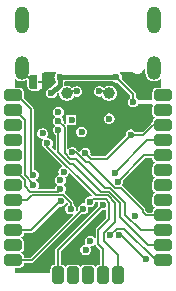
<source format=gbr>
%TF.GenerationSoftware,KiCad,Pcbnew,7.0.2*%
%TF.CreationDate,2023-07-26T16:03:34+02:00*%
%TF.ProjectId,epi,6570692e-6b69-4636-9164-5f7063625858,1_2_0*%
%TF.SameCoordinates,Original*%
%TF.FileFunction,Copper,L4,Bot*%
%TF.FilePolarity,Positive*%
%FSLAX46Y46*%
G04 Gerber Fmt 4.6, Leading zero omitted, Abs format (unit mm)*
G04 Created by KiCad (PCBNEW 7.0.2) date 2023-07-26 16:03:34*
%MOMM*%
%LPD*%
G01*
G04 APERTURE LIST*
G04 Aperture macros list*
%AMRoundRect*
0 Rectangle with rounded corners*
0 $1 Rounding radius*
0 $2 $3 $4 $5 $6 $7 $8 $9 X,Y pos of 4 corners*
0 Add a 4 corners polygon primitive as box body*
4,1,4,$2,$3,$4,$5,$6,$7,$8,$9,$2,$3,0*
0 Add four circle primitives for the rounded corners*
1,1,$1+$1,$2,$3*
1,1,$1+$1,$4,$5*
1,1,$1+$1,$6,$7*
1,1,$1+$1,$8,$9*
0 Add four rect primitives between the rounded corners*
20,1,$1+$1,$2,$3,$4,$5,0*
20,1,$1+$1,$4,$5,$6,$7,0*
20,1,$1+$1,$6,$7,$8,$9,0*
20,1,$1+$1,$8,$9,$2,$3,0*%
%AMFreePoly0*
4,1,15,-0.375000,0.250000,-0.359410,0.357001,-0.305193,0.467904,-0.217904,0.555193,-0.107001,0.609410,0.000000,0.625000,0.375000,0.625000,0.375000,-0.625000,0.000000,-0.625000,-0.107001,-0.609410,-0.217904,-0.555193,-0.305193,-0.467904,-0.359410,-0.357001,-0.375000,-0.250000,-0.375000,0.250000,-0.375000,0.250000,$1*%
%AMFreePoly1*
4,1,15,-0.375000,0.625000,0.000000,0.625000,0.107001,0.609410,0.217904,0.555193,0.305193,0.467904,0.359410,0.357001,0.375000,0.250000,0.375000,-0.250000,0.359410,-0.357001,0.305193,-0.467904,0.217904,-0.555193,0.107001,-0.609410,0.000000,-0.625000,-0.375000,-0.625000,-0.375000,0.625000,-0.375000,0.625000,$1*%
G04 Aperture macros list end*
%TA.AperFunction,CastellatedPad*%
%ADD10RoundRect,0.250000X-0.500000X-0.250000X0.500000X-0.250000X0.500000X0.250000X-0.500000X0.250000X0*%
%TD*%
%TA.AperFunction,CastellatedPad*%
%ADD11RoundRect,0.250000X-0.250000X0.500000X-0.250000X-0.500000X0.250000X-0.500000X0.250000X0.500000X0*%
%TD*%
%TA.AperFunction,ComponentPad*%
%ADD12O,1.200000X2.000000*%
%TD*%
%TA.AperFunction,ComponentPad*%
%ADD13O,1.200000X2.300000*%
%TD*%
%TA.AperFunction,SMDPad,CuDef*%
%ADD14C,1.000000*%
%TD*%
%TA.AperFunction,SMDPad,CuDef*%
%ADD15FreePoly0,180.000000*%
%TD*%
%TA.AperFunction,SMDPad,CuDef*%
%ADD16FreePoly1,180.000000*%
%TD*%
%TA.AperFunction,ViaPad*%
%ADD17C,0.600000*%
%TD*%
%TA.AperFunction,Conductor*%
%ADD18C,0.150000*%
%TD*%
%TA.AperFunction,Conductor*%
%ADD19C,0.200000*%
%TD*%
%TA.AperFunction,Conductor*%
%ADD20C,0.400000*%
%TD*%
G04 APERTURE END LIST*
%TA.AperFunction,EtchedComponent*%
%TO.C,JP1*%
G36*
X100369422Y-57900000D02*
G01*
X100009422Y-57900000D01*
X100009422Y-57700000D01*
X100369422Y-57700000D01*
X100369422Y-57900000D01*
G37*
%TD.AperFunction*%
%TD*%
D10*
%TO.P,J1,1,Pin_1*%
%TO.N,D1{slash}TX*%
X97923220Y-58920000D03*
%TO.P,J1,2,Pin_2*%
%TO.N,D0{slash}RX*%
X97923220Y-60190000D03*
%TO.P,J1,3,Pin_3*%
%TO.N,GND*%
X97923220Y-61460000D03*
%TO.P,J1,4,Pin_4*%
X97923220Y-62730000D03*
%TO.P,J1,5,Pin_5*%
%TO.N,D2{slash}SDA*%
X97923220Y-64000000D03*
%TO.P,J1,6,Pin_6*%
%TO.N,D3{slash}SCL*%
X97923220Y-65270000D03*
%TO.P,J1,7,Pin_7*%
%TO.N,D4*%
X97923220Y-66540000D03*
%TO.P,J1,8,Pin_8*%
%TO.N,D5*%
X97923220Y-67810000D03*
%TO.P,J1,9,Pin_9*%
%TO.N,D6*%
X97923220Y-69080000D03*
%TO.P,J1,10,Pin_10*%
%TO.N,D7*%
X97923220Y-70350000D03*
%TO.P,J1,11,Pin_11*%
%TO.N,D8*%
X97923220Y-71620000D03*
%TO.P,J1,12,Pin_12*%
%TO.N,D9*%
X97923220Y-72890000D03*
%TD*%
D11*
%TO.P,J3,1,Pin_1*%
%TO.N,D11*%
X106813220Y-74160000D03*
%TO.P,J3,2,Pin_2*%
%TO.N,D12*%
X105543220Y-74160000D03*
%TO.P,J3,3,Pin_3*%
%TO.N,D13*%
X104273220Y-74160000D03*
%TO.P,J3,4,Pin_4*%
%TO.N,D17{slash}SS*%
X103003220Y-74160000D03*
%TO.P,J3,5,Pin_5*%
%TO.N,A5*%
X101733220Y-74160000D03*
%TD*%
D12*
%TO.P,J4,S1,SHIELD*%
%TO.N,Net-(J4-SHIELD)*%
X109873220Y-56591500D03*
D13*
X109873220Y-52591500D03*
D12*
X98673220Y-56591500D03*
D13*
X98673220Y-52591500D03*
%TD*%
D10*
%TO.P,J2,1,Pin_1*%
%TO.N,+5V*%
X110623220Y-58920000D03*
%TO.P,J2,2,Pin_2*%
%TO.N,GND*%
X110623220Y-60190000D03*
%TO.P,J2,3,Pin_3*%
%TO.N,RST*%
X110623220Y-61460000D03*
%TO.P,J2,4,Pin_4*%
%TO.N,A4*%
X110623220Y-62730000D03*
%TO.P,J2,5,Pin_5*%
%TO.N,A3*%
X110623220Y-64000000D03*
%TO.P,J2,6,Pin_6*%
%TO.N,A2*%
X110623220Y-65270000D03*
%TO.P,J2,7,Pin_7*%
%TO.N,A1*%
X110623220Y-66540000D03*
%TO.P,J2,8,Pin_8*%
%TO.N,A0*%
X110623220Y-67810000D03*
%TO.P,J2,9,Pin_9*%
%TO.N,D15{slash}SCK*%
X110623220Y-69080000D03*
%TO.P,J2,10,Pin_10*%
%TO.N,D14{slash}MISO*%
X110623220Y-70350000D03*
%TO.P,J2,11,Pin_11*%
%TO.N,D16{slash}MOSI*%
X110623220Y-71620000D03*
%TO.P,J2,12,Pin_12*%
%TO.N,D10*%
X110623220Y-72890000D03*
%TD*%
D14*
%TO.P,TP2,1,1*%
%TO.N,Net-(J4-D--PadA7)*%
X106068220Y-58750000D03*
%TD*%
%TO.P,TP1,1,1*%
%TO.N,Net-(J4-D+-PadA6)*%
X102478220Y-58750000D03*
%TD*%
D15*
%TO.P,JP1,1,A*%
%TO.N,GND*%
X100734422Y-57800000D03*
D16*
%TO.P,JP1,2,B*%
%TO.N,Net-(J4-SHIELD)*%
X99634422Y-57800000D03*
%TD*%
D17*
%TO.N,+5V*%
X108249098Y-69134122D03*
X106062720Y-60900000D03*
X103723720Y-62023055D03*
X100423220Y-62160000D03*
%TO.N,GND*%
X107593220Y-60500000D03*
X102874422Y-61020000D03*
X108333220Y-57700000D03*
X109422512Y-68554867D03*
X100833220Y-72860000D03*
X102623220Y-72860000D03*
X103623220Y-66860000D03*
X101112342Y-69620878D03*
%TO.N,Net-(U1-XTAL1)*%
X104462720Y-71275203D03*
X101933220Y-66100000D03*
%TO.N,RST*%
X104033220Y-63819920D03*
X107903220Y-62260000D03*
%TO.N,D1{slash}TX*%
X99648720Y-65660000D03*
%TO.N,D0{slash}RX*%
X99648720Y-66532544D03*
%TO.N,A4*%
X106533220Y-65500000D03*
%TO.N,Net-(U1-XTAL2)*%
X102208720Y-65402542D03*
X104063718Y-72000000D03*
%TO.N,D17{slash}SS*%
X101765572Y-60363083D03*
%TO.N,Net-(J4-D+-PadA6)*%
X103333220Y-58600000D03*
%TO.N,D7*%
X101941860Y-67908641D03*
%TO.N,D15{slash}SCK*%
X102941848Y-63766872D03*
%TO.N,D16{slash}MOSI*%
X101754098Y-61862000D03*
%TO.N,D14{slash}MISO*%
X101754098Y-61112497D03*
%TO.N,D3{slash}SCL*%
X101933220Y-66850500D03*
%TO.N,Net-(J4-D--PadA7)*%
X105223220Y-58600000D03*
%TO.N,D9*%
X103847220Y-68537000D03*
%TO.N,D5*%
X102797720Y-68537000D03*
%TO.N,D10*%
X106123822Y-70782529D03*
%TO.N,A3*%
X106786311Y-66249757D03*
%TO.N,A5*%
X105533220Y-68224500D03*
%TO.N,D11*%
X100833220Y-63000000D03*
%TO.N,D12*%
X104433220Y-67936000D03*
%TO.N,D13*%
X106873031Y-70761567D03*
X109172720Y-72800000D03*
%TO.N,Net-(FB1-Pad1)*%
X108088720Y-59500000D03*
X106673220Y-57400000D03*
X101873220Y-57400000D03*
X101177662Y-58740576D03*
%TD*%
D18*
%TO.N,RST*%
X107903220Y-62260000D02*
X108963220Y-62260000D01*
X104033220Y-63819920D02*
X104513300Y-64300000D01*
X104513300Y-64300000D02*
X105863220Y-64300000D01*
X108963220Y-62260000D02*
X109763220Y-61460000D01*
X109763220Y-61460000D02*
X110623220Y-61460000D01*
X105863220Y-64300000D02*
X107903220Y-62260000D01*
%TO.N,D1{slash}TX*%
X98253220Y-58920000D02*
X97923220Y-58920000D01*
X99433220Y-60100000D02*
X98253220Y-58920000D01*
X99648720Y-65660000D02*
X99433220Y-65444500D01*
X99433220Y-65444500D02*
X99433220Y-60100000D01*
%TO.N,D0{slash}RX*%
X99648720Y-66532544D02*
X99648720Y-66419485D01*
X98898220Y-61013249D02*
X98074971Y-60190000D01*
X98074971Y-60190000D02*
X97923220Y-60190000D01*
X98898220Y-65668985D02*
X98898220Y-61013249D01*
X99648720Y-66419485D02*
X98898220Y-65668985D01*
%TO.N,A4*%
X109303220Y-62730000D02*
X110623220Y-62730000D01*
X106533220Y-65500000D02*
X109303220Y-62730000D01*
%TO.N,Net-(J4-D+-PadA6)*%
X102628220Y-58600000D02*
X102478220Y-58750000D01*
X103333220Y-58600000D02*
X102628220Y-58600000D01*
%TO.N,D7*%
X101941860Y-67908641D02*
X101924579Y-67908641D01*
X99483220Y-70350000D02*
X97923220Y-70350000D01*
X101924579Y-67908641D02*
X99483220Y-70350000D01*
%TO.N,D15{slash}SCK*%
X104394091Y-64600000D02*
X106568848Y-66774757D01*
X108897512Y-68634292D02*
X108897512Y-68772330D01*
X108897512Y-68772330D02*
X109205182Y-69080000D01*
X106568848Y-66774757D02*
X107037977Y-66774757D01*
X102941848Y-63766872D02*
X103237709Y-63766872D01*
X104070837Y-64600000D02*
X104394091Y-64600000D01*
X109205182Y-69080000D02*
X110623220Y-69080000D01*
X107037977Y-66774757D02*
X108897512Y-68634292D01*
X103237709Y-63766872D02*
X104070837Y-64600000D01*
%TO.N,D16{slash}MOSI*%
X101754098Y-63745142D02*
X102758956Y-64750000D01*
X106983220Y-68037657D02*
X106983220Y-69260000D01*
X101754098Y-61862000D02*
X101754098Y-63745142D01*
X106045563Y-67100000D02*
X106983220Y-68037657D01*
X102758956Y-64750000D02*
X102983220Y-64750000D01*
X106983220Y-69260000D02*
X109343220Y-71620000D01*
X105333220Y-67100000D02*
X106045563Y-67100000D01*
X102983220Y-64750000D02*
X105333220Y-67100000D01*
X109343220Y-71620000D02*
X110623220Y-71620000D01*
%TO.N,D14{slash}MISO*%
X102279098Y-63845878D02*
X102758220Y-64325000D01*
X102279098Y-61637497D02*
X102279098Y-63845878D01*
X108723220Y-70350000D02*
X110623220Y-70350000D01*
X107433220Y-69060000D02*
X108723220Y-70350000D01*
X106169827Y-66800000D02*
X107433220Y-68063393D01*
X105733220Y-66800000D02*
X106169827Y-66800000D01*
X107433220Y-68063393D02*
X107433220Y-69060000D01*
X101754098Y-61112497D02*
X102279098Y-61637497D01*
X102758220Y-64325000D02*
X103258220Y-64325000D01*
X103258220Y-64325000D02*
X105733220Y-66800000D01*
%TO.N,D3{slash}SCL*%
X98898220Y-66093249D02*
X98074971Y-65270000D01*
X101933220Y-66850500D02*
X101708720Y-67075000D01*
X98074971Y-65270000D02*
X97923220Y-65270000D01*
X101708720Y-67075000D02*
X99338220Y-67075000D01*
X99338220Y-67075000D02*
X98898220Y-66635000D01*
X98898220Y-66635000D02*
X98898220Y-66093249D01*
%TO.N,Net-(J4-D--PadA7)*%
X105968220Y-58600000D02*
X106068220Y-58700000D01*
X105223220Y-58600000D02*
X105968220Y-58600000D01*
%TO.N,D9*%
X103847220Y-68537000D02*
X99494220Y-72890000D01*
X99494220Y-72890000D02*
X97923220Y-72890000D01*
%TO.N,D5*%
X102797720Y-68016385D02*
X102156335Y-67375000D01*
X102797720Y-68537000D02*
X102797720Y-68016385D01*
X102156335Y-67375000D02*
X99508220Y-67375000D01*
X99073220Y-67810000D02*
X97923220Y-67810000D01*
X99508220Y-67375000D02*
X99073220Y-67810000D01*
%TO.N,D10*%
X106123822Y-70768313D02*
X106686257Y-70205878D01*
X106686257Y-70205878D02*
X107339098Y-70205878D01*
X107339098Y-70205878D02*
X110023220Y-72890000D01*
X110023220Y-72890000D02*
X110623220Y-72890000D01*
X106123822Y-70782529D02*
X106123822Y-70768313D01*
%TO.N,A3*%
X106786311Y-66249757D02*
X109036068Y-64000000D01*
X109036068Y-64000000D02*
X110623220Y-64000000D01*
%TO.N,A5*%
X105533220Y-68224500D02*
X101733220Y-72024500D01*
X101733220Y-72024500D02*
X101733220Y-74160000D01*
D19*
%TO.N,Net-(J4-SHIELD)*%
X99634422Y-57800000D02*
X98673220Y-56838798D01*
X98673220Y-56838798D02*
X98673220Y-56591500D01*
D18*
%TO.N,D11*%
X106533220Y-69630668D02*
X105598822Y-70565066D01*
X105598822Y-70565066D02*
X105598822Y-71241338D01*
X105598822Y-71241338D02*
X106813220Y-72455736D01*
X104958956Y-67400000D02*
X105921299Y-67400000D01*
X100833220Y-63000000D02*
X100833220Y-63274264D01*
X106533220Y-68011921D02*
X106533220Y-69630668D01*
X100833220Y-63274264D02*
X104958956Y-67400000D01*
X105921299Y-67400000D02*
X106533220Y-68011921D01*
X106813220Y-72455736D02*
X106813220Y-74160000D01*
%TO.N,D12*%
X106058220Y-69425000D02*
X105133220Y-70350000D01*
X105133220Y-70350000D02*
X105133220Y-71550000D01*
X104669220Y-67700000D02*
X105751183Y-67700000D01*
X106058220Y-68007037D02*
X106058220Y-69425000D01*
X105133220Y-71550000D02*
X105543220Y-71960000D01*
X104433220Y-67936000D02*
X104669220Y-67700000D01*
X105751183Y-67700000D02*
X106058220Y-68007037D01*
X105543220Y-71960000D02*
X105543220Y-74160000D01*
%TO.N,D13*%
X107094787Y-70761567D02*
X109133220Y-72800000D01*
X109133220Y-72800000D02*
X109172720Y-72800000D01*
X106873031Y-70761567D02*
X107094787Y-70761567D01*
D20*
%TO.N,Net-(FB1-Pad1)*%
X101177662Y-58740576D02*
X101873220Y-58045018D01*
X101873220Y-58045018D02*
X101873220Y-57400000D01*
D19*
X106633220Y-57400000D02*
X108088720Y-58855500D01*
X108088720Y-58855500D02*
X108088720Y-59500000D01*
D20*
X101873220Y-57400000D02*
X106633220Y-57400000D01*
%TD*%
%TA.AperFunction,Conductor*%
%TO.N,GND*%
G36*
X100663215Y-56950500D02*
G01*
X100690566Y-56950500D01*
X100724823Y-56950501D01*
X100724825Y-56950500D01*
X101526476Y-56950500D01*
X101571731Y-56969245D01*
X101590476Y-57014500D01*
X101574844Y-57056409D01*
X101571842Y-57059875D01*
X101490337Y-57153937D01*
X101436523Y-57271772D01*
X101418087Y-57400000D01*
X101436523Y-57528227D01*
X101490337Y-57646062D01*
X101507087Y-57665392D01*
X101522720Y-57707304D01*
X101522720Y-57873325D01*
X101503975Y-57918580D01*
X101151225Y-58271331D01*
X101120689Y-58283978D01*
X101121719Y-58287484D01*
X101112891Y-58290076D01*
X101112890Y-58290076D01*
X100988593Y-58326572D01*
X100988590Y-58326573D01*
X100879613Y-58396608D01*
X100794779Y-58494513D01*
X100740965Y-58612348D01*
X100722529Y-58740576D01*
X100740965Y-58868803D01*
X100794779Y-58986638D01*
X100819142Y-59014755D01*
X100879613Y-59084543D01*
X100988593Y-59154580D01*
X101112890Y-59191076D01*
X101112891Y-59191076D01*
X101242433Y-59191076D01*
X101242434Y-59191076D01*
X101366731Y-59154580D01*
X101475711Y-59084543D01*
X101560544Y-58986639D01*
X101614359Y-58868802D01*
X101622953Y-58809017D01*
X101641045Y-58772873D01*
X101713776Y-58700142D01*
X101759030Y-58681398D01*
X101804285Y-58700143D01*
X101821753Y-58742316D01*
X101822005Y-58742286D01*
X101822114Y-58743187D01*
X101823030Y-58745398D01*
X101822815Y-58748958D01*
X101841982Y-58906816D01*
X101898000Y-59054523D01*
X101987736Y-59184529D01*
X102105980Y-59289283D01*
X102245857Y-59362697D01*
X102399233Y-59400500D01*
X102399235Y-59400500D01*
X102557207Y-59400500D01*
X102710582Y-59362697D01*
X102710582Y-59362696D01*
X102710585Y-59362696D01*
X102850460Y-59289283D01*
X102968703Y-59184530D01*
X103058440Y-59054523D01*
X103059839Y-59050832D01*
X103093409Y-59015162D01*
X103137713Y-59012113D01*
X103144149Y-59014002D01*
X103144151Y-59014004D01*
X103268448Y-59050500D01*
X103268449Y-59050500D01*
X103397991Y-59050500D01*
X103397992Y-59050500D01*
X103522289Y-59014004D01*
X103631269Y-58943967D01*
X103716102Y-58846063D01*
X103769917Y-58728226D01*
X103788353Y-58600000D01*
X104768087Y-58600000D01*
X104786523Y-58728227D01*
X104840337Y-58846062D01*
X104892980Y-58906816D01*
X104925171Y-58943967D01*
X105034151Y-59014004D01*
X105158448Y-59050500D01*
X105158449Y-59050500D01*
X105287991Y-59050500D01*
X105287992Y-59050500D01*
X105409730Y-59014755D01*
X105458431Y-59019992D01*
X105483186Y-59048403D01*
X105483586Y-59048128D01*
X105486021Y-59051657D01*
X105487599Y-59053467D01*
X105487998Y-59054521D01*
X105577736Y-59184529D01*
X105695980Y-59289283D01*
X105835857Y-59362697D01*
X105989233Y-59400500D01*
X105989235Y-59400500D01*
X106147207Y-59400500D01*
X106300582Y-59362697D01*
X106300582Y-59362696D01*
X106300585Y-59362696D01*
X106440460Y-59289283D01*
X106558703Y-59184530D01*
X106648440Y-59054523D01*
X106704457Y-58906818D01*
X106723498Y-58750000D01*
X106704457Y-58593182D01*
X106648440Y-58445477D01*
X106558703Y-58315470D01*
X106523579Y-58284353D01*
X106440459Y-58210716D01*
X106300582Y-58137302D01*
X106147207Y-58099500D01*
X106147205Y-58099500D01*
X105989235Y-58099500D01*
X105989233Y-58099500D01*
X105835857Y-58137302D01*
X105695978Y-58210718D01*
X105623360Y-58275050D01*
X105577056Y-58291028D01*
X105533016Y-58269584D01*
X105532553Y-58269056D01*
X105521268Y-58256032D01*
X105412291Y-58185997D01*
X105412290Y-58185996D01*
X105412289Y-58185996D01*
X105287992Y-58149500D01*
X105158448Y-58149500D01*
X105034151Y-58185996D01*
X105034148Y-58185997D01*
X104925171Y-58256032D01*
X104840337Y-58353937D01*
X104786523Y-58471772D01*
X104768087Y-58600000D01*
X103788353Y-58600000D01*
X103769917Y-58471774D01*
X103716102Y-58353937D01*
X103631269Y-58256033D01*
X103631268Y-58256032D01*
X103522291Y-58185997D01*
X103522290Y-58185996D01*
X103522289Y-58185996D01*
X103397992Y-58149500D01*
X103268448Y-58149500D01*
X103144151Y-58185996D01*
X103144148Y-58185997D01*
X103035170Y-58256032D01*
X103019541Y-58274069D01*
X102975738Y-58295994D01*
X102929262Y-58280524D01*
X102928830Y-58280146D01*
X102850460Y-58210717D01*
X102850459Y-58210716D01*
X102710582Y-58137302D01*
X102557207Y-58099500D01*
X102557205Y-58099500D01*
X102399235Y-58099500D01*
X102399232Y-58099500D01*
X102304042Y-58122961D01*
X102255617Y-58115591D01*
X102226587Y-58076136D01*
X102224782Y-58063467D01*
X102223772Y-58039055D01*
X102223720Y-58036508D01*
X102223720Y-57814500D01*
X102242465Y-57769245D01*
X102287720Y-57750500D01*
X106366545Y-57750500D01*
X106401146Y-57760660D01*
X106484151Y-57814004D01*
X106608448Y-57850500D01*
X106702950Y-57850500D01*
X106748205Y-57869245D01*
X107819475Y-58940515D01*
X107838220Y-58985770D01*
X107838220Y-59090528D01*
X107819475Y-59135783D01*
X107808822Y-59144367D01*
X107790672Y-59156031D01*
X107705837Y-59253937D01*
X107652023Y-59371772D01*
X107633587Y-59499999D01*
X107652023Y-59628227D01*
X107705837Y-59746062D01*
X107705838Y-59746063D01*
X107790671Y-59843967D01*
X107899651Y-59914004D01*
X108023948Y-59950500D01*
X108023949Y-59950500D01*
X108153491Y-59950500D01*
X108153492Y-59950500D01*
X108277789Y-59914004D01*
X108386769Y-59843967D01*
X108471602Y-59746063D01*
X108473412Y-59742097D01*
X108475553Y-59737413D01*
X108511404Y-59704035D01*
X108533769Y-59700000D01*
X109692137Y-59700000D01*
X109737392Y-59718745D01*
X109756137Y-59764000D01*
X109749161Y-59793056D01*
X109738055Y-59814851D01*
X109723220Y-59908518D01*
X109723220Y-60114810D01*
X109724422Y-60117712D01*
X109724422Y-60262289D01*
X109723221Y-60265188D01*
X109723221Y-60471480D01*
X109738054Y-60565147D01*
X109795578Y-60678043D01*
X109885175Y-60767641D01*
X109885281Y-60767695D01*
X109885584Y-60768050D01*
X109892343Y-60774809D01*
X109891811Y-60775340D01*
X109917094Y-60804943D01*
X109913251Y-60853775D01*
X109885284Y-60881743D01*
X109884880Y-60881948D01*
X109795169Y-60971659D01*
X109737574Y-61084695D01*
X109722720Y-61178480D01*
X109722720Y-61186244D01*
X109703975Y-61231499D01*
X109672029Y-61248845D01*
X109669450Y-61249393D01*
X109661503Y-61255166D01*
X109646832Y-61263132D01*
X109637660Y-61266653D01*
X109619874Y-61284439D01*
X109612240Y-61290959D01*
X109591898Y-61305738D01*
X109591896Y-61305740D01*
X109591897Y-61305740D01*
X109587126Y-61314004D01*
X109586987Y-61314244D01*
X109576818Y-61327495D01*
X108888560Y-62015755D01*
X108843305Y-62034500D01*
X108333148Y-62034500D01*
X108287893Y-62015755D01*
X108284780Y-62012411D01*
X108201268Y-61916032D01*
X108092291Y-61845997D01*
X108092290Y-61845996D01*
X108092289Y-61845996D01*
X107967992Y-61809500D01*
X107838448Y-61809500D01*
X107714151Y-61845996D01*
X107714148Y-61845997D01*
X107605171Y-61916032D01*
X107520337Y-62013937D01*
X107466523Y-62131772D01*
X107448087Y-62260000D01*
X107460652Y-62347392D01*
X107448537Y-62394854D01*
X107442558Y-62401755D01*
X105788560Y-64055755D01*
X105743305Y-64074500D01*
X104633215Y-64074500D01*
X104587960Y-64055755D01*
X104493881Y-63961676D01*
X104475136Y-63916421D01*
X104475787Y-63907313D01*
X104488353Y-63819920D01*
X104469917Y-63691694D01*
X104416102Y-63573857D01*
X104331269Y-63475953D01*
X104331268Y-63475952D01*
X104222291Y-63405917D01*
X104222290Y-63405916D01*
X104222289Y-63405916D01*
X104097992Y-63369420D01*
X103968448Y-63369420D01*
X103844151Y-63405916D01*
X103844148Y-63405917D01*
X103735171Y-63475952D01*
X103650337Y-63573857D01*
X103598733Y-63686852D01*
X103562882Y-63720230D01*
X103513930Y-63718481D01*
X103495262Y-63705520D01*
X103402517Y-63612775D01*
X103400211Y-63610344D01*
X103373216Y-63580363D01*
X103368616Y-63578315D01*
X103336434Y-63546436D01*
X103324730Y-63520809D01*
X103259551Y-63445587D01*
X103239897Y-63422905D01*
X103239896Y-63422904D01*
X103130919Y-63352869D01*
X103130918Y-63352868D01*
X103130917Y-63352868D01*
X103006620Y-63316372D01*
X102877076Y-63316372D01*
X102752779Y-63352868D01*
X102752776Y-63352869D01*
X102643799Y-63422904D01*
X102616966Y-63453872D01*
X102573163Y-63475798D01*
X102526687Y-63460329D01*
X102504761Y-63416526D01*
X102504598Y-63411961D01*
X102504598Y-62023054D01*
X103268587Y-62023054D01*
X103287023Y-62151282D01*
X103340837Y-62269117D01*
X103340838Y-62269118D01*
X103425671Y-62367022D01*
X103534651Y-62437059D01*
X103658948Y-62473555D01*
X103658949Y-62473555D01*
X103788491Y-62473555D01*
X103788492Y-62473555D01*
X103912789Y-62437059D01*
X104021769Y-62367022D01*
X104106602Y-62269118D01*
X104160417Y-62151281D01*
X104178853Y-62023055D01*
X104160417Y-61894829D01*
X104106602Y-61776992D01*
X104021769Y-61679088D01*
X104021768Y-61679087D01*
X103912791Y-61609052D01*
X103912790Y-61609051D01*
X103912789Y-61609051D01*
X103788492Y-61572555D01*
X103658948Y-61572555D01*
X103560593Y-61601434D01*
X103534648Y-61609052D01*
X103425671Y-61679087D01*
X103340837Y-61776992D01*
X103287023Y-61894827D01*
X103268587Y-62023054D01*
X102504598Y-62023054D01*
X102504598Y-61645081D01*
X102504686Y-61641731D01*
X102506798Y-61601433D01*
X102497780Y-61577942D01*
X102494935Y-61568337D01*
X102489705Y-61543729D01*
X102483933Y-61535785D01*
X102475963Y-61521105D01*
X102470524Y-61506936D01*
X102471806Y-61457969D01*
X102507337Y-61424251D01*
X102530273Y-61420000D01*
X103219422Y-61420000D01*
X103219422Y-60899999D01*
X105607587Y-60899999D01*
X105626023Y-61028227D01*
X105679837Y-61146062D01*
X105726479Y-61199890D01*
X105764671Y-61243967D01*
X105873651Y-61314004D01*
X105997948Y-61350500D01*
X105997949Y-61350500D01*
X106127491Y-61350500D01*
X106127492Y-61350500D01*
X106251789Y-61314004D01*
X106360769Y-61243967D01*
X106445602Y-61146063D01*
X106499417Y-61028226D01*
X106517853Y-60900000D01*
X106499417Y-60771774D01*
X106445602Y-60653937D01*
X106360769Y-60556033D01*
X106360768Y-60556032D01*
X106251791Y-60485997D01*
X106251790Y-60485996D01*
X106251789Y-60485996D01*
X106127492Y-60449500D01*
X105997948Y-60449500D01*
X105873651Y-60485996D01*
X105873648Y-60485997D01*
X105764671Y-60556032D01*
X105679837Y-60653937D01*
X105626023Y-60771772D01*
X105607587Y-60899999D01*
X103219422Y-60899999D01*
X103219422Y-60630000D01*
X102439422Y-60630000D01*
X102439422Y-61324405D01*
X102420677Y-61369660D01*
X102375422Y-61388405D01*
X102330167Y-61369660D01*
X102214759Y-61254253D01*
X102196014Y-61208998D01*
X102196665Y-61199890D01*
X102199743Y-61178482D01*
X102209231Y-61112497D01*
X102190795Y-60984271D01*
X102136980Y-60866434D01*
X102067562Y-60786320D01*
X102052094Y-60739845D01*
X102067562Y-60702501D01*
X102148454Y-60609146D01*
X102202269Y-60491309D01*
X102220705Y-60363083D01*
X102202269Y-60234857D01*
X102148454Y-60117020D01*
X102063621Y-60019116D01*
X102063620Y-60019115D01*
X101954643Y-59949080D01*
X101954642Y-59949079D01*
X101954641Y-59949079D01*
X101830344Y-59912583D01*
X101700800Y-59912583D01*
X101576718Y-59949016D01*
X101576500Y-59949080D01*
X101467523Y-60019115D01*
X101382689Y-60117020D01*
X101328875Y-60234855D01*
X101310439Y-60363082D01*
X101328875Y-60491310D01*
X101382689Y-60609145D01*
X101452106Y-60689258D01*
X101467575Y-60735735D01*
X101452106Y-60773080D01*
X101371215Y-60866434D01*
X101317401Y-60984269D01*
X101317400Y-60984271D01*
X101317401Y-60984271D01*
X101298965Y-61112497D01*
X101303791Y-61146062D01*
X101317401Y-61240724D01*
X101371215Y-61358559D01*
X101446407Y-61445337D01*
X101461876Y-61491814D01*
X101446408Y-61529158D01*
X101371215Y-61615937D01*
X101317401Y-61733772D01*
X101298965Y-61861999D01*
X101317401Y-61990227D01*
X101371215Y-62108062D01*
X101371216Y-62108063D01*
X101456049Y-62205967D01*
X101499200Y-62233698D01*
X101527135Y-62273932D01*
X101528598Y-62287537D01*
X101528598Y-63496226D01*
X101509853Y-63541481D01*
X101464598Y-63560226D01*
X101419343Y-63541481D01*
X101215443Y-63337582D01*
X101196698Y-63292327D01*
X101212331Y-63250415D01*
X101212675Y-63250017D01*
X101216102Y-63246063D01*
X101269917Y-63128226D01*
X101288353Y-63000000D01*
X101269917Y-62871774D01*
X101216102Y-62753937D01*
X101131269Y-62656033D01*
X101131268Y-62656032D01*
X101022291Y-62585997D01*
X101022290Y-62585996D01*
X101022289Y-62585996D01*
X100897992Y-62549500D01*
X100821954Y-62549500D01*
X100776699Y-62530755D01*
X100757954Y-62485500D01*
X100773586Y-62443589D01*
X100779246Y-62437057D01*
X100806102Y-62406063D01*
X100859917Y-62288226D01*
X100878353Y-62160000D01*
X100859917Y-62031774D01*
X100806102Y-61913937D01*
X100721269Y-61816033D01*
X100721268Y-61816032D01*
X100612291Y-61745997D01*
X100612290Y-61745996D01*
X100612289Y-61745996D01*
X100487992Y-61709500D01*
X100358448Y-61709500D01*
X100249399Y-61741519D01*
X100234148Y-61745997D01*
X100125171Y-61816032D01*
X100040337Y-61913937D01*
X99986523Y-62031772D01*
X99968087Y-62160000D01*
X99986523Y-62288227D01*
X100040337Y-62406062D01*
X100040338Y-62406063D01*
X100125171Y-62503967D01*
X100234151Y-62574004D01*
X100358448Y-62610500D01*
X100358449Y-62610500D01*
X100434486Y-62610500D01*
X100479741Y-62629245D01*
X100498486Y-62674500D01*
X100482854Y-62716411D01*
X100450337Y-62753937D01*
X100396523Y-62871772D01*
X100378087Y-63000000D01*
X100396523Y-63128227D01*
X100450337Y-63246062D01*
X100535171Y-63343967D01*
X100651893Y-63418980D01*
X100650615Y-63420967D01*
X100672050Y-63436076D01*
X100678961Y-63445588D01*
X100687461Y-63450496D01*
X100700716Y-63460666D01*
X102104890Y-64864840D01*
X102123635Y-64910095D01*
X102104890Y-64955350D01*
X102077667Y-64971502D01*
X102019651Y-64988537D01*
X101910671Y-65058574D01*
X101825837Y-65156479D01*
X101772023Y-65274314D01*
X101753587Y-65402541D01*
X101772023Y-65530769D01*
X101800553Y-65593239D01*
X101802302Y-65642191D01*
X101768924Y-65678042D01*
X101760370Y-65681233D01*
X101744150Y-65685995D01*
X101635171Y-65756032D01*
X101550337Y-65853937D01*
X101496523Y-65971772D01*
X101478087Y-66100000D01*
X101496523Y-66228227D01*
X101550337Y-66346062D01*
X101625962Y-66433339D01*
X101641431Y-66479816D01*
X101625962Y-66517161D01*
X101550337Y-66604437D01*
X101496523Y-66722272D01*
X101486123Y-66794608D01*
X101461128Y-66836735D01*
X101422774Y-66849500D01*
X100098812Y-66849500D01*
X100053557Y-66830755D01*
X100034812Y-66785500D01*
X100040596Y-66758913D01*
X100085417Y-66660770D01*
X100103853Y-66532544D01*
X100085417Y-66404318D01*
X100031602Y-66286481D01*
X99946769Y-66188577D01*
X99946768Y-66188576D01*
X99886916Y-66150112D01*
X99858980Y-66109876D01*
X99867677Y-66061671D01*
X99886916Y-66042432D01*
X99946769Y-66003967D01*
X100031602Y-65906063D01*
X100085417Y-65788226D01*
X100103853Y-65660000D01*
X100085417Y-65531774D01*
X100031602Y-65413937D01*
X99946769Y-65316033D01*
X99946768Y-65316032D01*
X99837791Y-65245997D01*
X99837790Y-65245996D01*
X99837789Y-65245996D01*
X99757226Y-65222341D01*
X99704689Y-65206915D01*
X99666549Y-65176179D01*
X99658720Y-65145507D01*
X99658720Y-60107584D01*
X99658808Y-60104234D01*
X99659554Y-60090000D01*
X99660920Y-60063936D01*
X99651902Y-60040445D01*
X99649057Y-60030840D01*
X99643827Y-60006232D01*
X99638055Y-59998288D01*
X99630085Y-59983607D01*
X99626566Y-59974440D01*
X99608779Y-59956653D01*
X99602256Y-59949016D01*
X99587479Y-59928676D01*
X99578978Y-59923768D01*
X99565724Y-59913598D01*
X98842464Y-59190338D01*
X98823719Y-59145083D01*
X98823719Y-58638481D01*
X98808866Y-58544696D01*
X98777798Y-58483722D01*
X98751270Y-58431658D01*
X98661562Y-58341950D01*
X98548524Y-58284354D01*
X98454739Y-58269500D01*
X98137720Y-58269500D01*
X98092465Y-58250755D01*
X98073720Y-58205500D01*
X98073720Y-57918580D01*
X98073720Y-57606060D01*
X98092464Y-57560808D01*
X98137719Y-57542063D01*
X98181638Y-57559511D01*
X98183013Y-57560808D01*
X98222002Y-57597592D01*
X98373939Y-57685312D01*
X98542010Y-57735630D01*
X98706322Y-57745200D01*
X98717154Y-57745831D01*
X98717154Y-57745830D01*
X98717155Y-57745831D01*
X98889931Y-57715365D01*
X99019574Y-57659442D01*
X99068551Y-57658731D01*
X99103688Y-57692860D01*
X99108922Y-57718208D01*
X99108922Y-58091144D01*
X99109150Y-58093043D01*
X99109151Y-58093058D01*
X99119062Y-58175587D01*
X99172058Y-58309977D01*
X99259343Y-58425078D01*
X99374444Y-58512363D01*
X99374447Y-58512364D01*
X99508832Y-58565359D01*
X99593278Y-58575500D01*
X99595200Y-58575500D01*
X100024244Y-58575500D01*
X100053510Y-58569677D01*
X100068144Y-58566767D01*
X100117926Y-58533504D01*
X100151189Y-58483722D01*
X100152622Y-58476515D01*
X100179836Y-58435787D01*
X100215393Y-58425000D01*
X100369422Y-58425000D01*
X100369422Y-57175000D01*
X100359058Y-57164636D01*
X100340313Y-57119381D01*
X100359058Y-57074126D01*
X100380748Y-57059878D01*
X100458775Y-57028985D01*
X100551030Y-56961956D01*
X100592966Y-56951889D01*
X100592966Y-56950498D01*
X100598567Y-56950498D01*
X100663209Y-56950498D01*
X100663215Y-56950500D01*
G37*
%TD.AperFunction*%
%TA.AperFunction,Conductor*%
G36*
X102731241Y-65496898D02*
G01*
X102749910Y-65509860D01*
X104619099Y-67379049D01*
X104637844Y-67424304D01*
X104619099Y-67469559D01*
X104587153Y-67486905D01*
X104562148Y-67492221D01*
X104561535Y-67489339D01*
X104534792Y-67495756D01*
X104526782Y-67493953D01*
X104497992Y-67485500D01*
X104368448Y-67485500D01*
X104244151Y-67521996D01*
X104244148Y-67521997D01*
X104135171Y-67592032D01*
X104050337Y-67689937D01*
X103996523Y-67807772D01*
X103978087Y-67936000D01*
X103989420Y-68014824D01*
X103977305Y-68062286D01*
X103935179Y-68087281D01*
X103921193Y-68086281D01*
X103921193Y-68086500D01*
X103911992Y-68086500D01*
X103782448Y-68086500D01*
X103658151Y-68122996D01*
X103658148Y-68122997D01*
X103549171Y-68193032D01*
X103464337Y-68290937D01*
X103410523Y-68408772D01*
X103398162Y-68494747D01*
X103392087Y-68537000D01*
X103399945Y-68591658D01*
X103404652Y-68624392D01*
X103392537Y-68671854D01*
X103386558Y-68678755D01*
X103342566Y-68722747D01*
X103297311Y-68741492D01*
X103252056Y-68722747D01*
X103233311Y-68677492D01*
X103233962Y-68668384D01*
X103234415Y-68665229D01*
X103234417Y-68665226D01*
X103252853Y-68537000D01*
X103234417Y-68408774D01*
X103180602Y-68290937D01*
X103095769Y-68193033D01*
X103052618Y-68165301D01*
X103024682Y-68125064D01*
X103023220Y-68111462D01*
X103023220Y-68069308D01*
X103023220Y-68023920D01*
X103023305Y-68020649D01*
X103025419Y-67980321D01*
X103016408Y-67956848D01*
X103013557Y-67947220D01*
X103008327Y-67922617D01*
X103002557Y-67914675D01*
X102994583Y-67899990D01*
X102991065Y-67890825D01*
X102973281Y-67873041D01*
X102966759Y-67865404D01*
X102951979Y-67845061D01*
X102943475Y-67840151D01*
X102930222Y-67829982D01*
X102321144Y-67220904D01*
X102318856Y-67218493D01*
X102301438Y-67199149D01*
X102285089Y-67152976D01*
X102300632Y-67114416D01*
X102316102Y-67096563D01*
X102369917Y-66978726D01*
X102388353Y-66850500D01*
X102369917Y-66722274D01*
X102316102Y-66604437D01*
X102240476Y-66517158D01*
X102225008Y-66470684D01*
X102240476Y-66433341D01*
X102316102Y-66346063D01*
X102369917Y-66228226D01*
X102388353Y-66100000D01*
X102369917Y-65971774D01*
X102341385Y-65909300D01*
X102339637Y-65860349D01*
X102373015Y-65824498D01*
X102381563Y-65821309D01*
X102397789Y-65816546D01*
X102506769Y-65746509D01*
X102591602Y-65648605D01*
X102645417Y-65530768D01*
X102645417Y-65530763D01*
X102646438Y-65528529D01*
X102682289Y-65495150D01*
X102731241Y-65496898D01*
G37*
%TD.AperFunction*%
%TA.AperFunction,Conductor*%
G36*
X105120182Y-67944245D02*
G01*
X105138927Y-67989500D01*
X105133143Y-68016087D01*
X105096523Y-68096272D01*
X105085201Y-68175019D01*
X105078087Y-68224500D01*
X105088703Y-68298340D01*
X105090652Y-68311892D01*
X105078537Y-68359354D01*
X105072558Y-68366255D01*
X101579122Y-71859691D01*
X101576692Y-71861997D01*
X101546711Y-71888992D01*
X101536483Y-71911965D01*
X101531691Y-71920789D01*
X101517993Y-71941882D01*
X101516455Y-71951588D01*
X101511713Y-71967596D01*
X101507720Y-71976566D01*
X101507720Y-72001714D01*
X101506932Y-72011725D01*
X101503300Y-72034660D01*
X101502998Y-72036565D01*
X101505539Y-72046046D01*
X101507720Y-72062612D01*
X101507720Y-73195967D01*
X101488975Y-73241222D01*
X101453731Y-73259179D01*
X101357916Y-73274353D01*
X101244879Y-73331949D01*
X101155169Y-73421659D01*
X101097574Y-73534695D01*
X101082720Y-73628480D01*
X101082720Y-73945500D01*
X101063975Y-73990755D01*
X101018720Y-74009500D01*
X98137720Y-74009500D01*
X98092465Y-73990755D01*
X98073720Y-73945500D01*
X98073720Y-73604499D01*
X98092465Y-73559244D01*
X98137720Y-73540499D01*
X98454739Y-73540499D01*
X98501630Y-73533072D01*
X98548524Y-73525646D01*
X98661562Y-73468050D01*
X98751270Y-73378342D01*
X98808866Y-73265304D01*
X98823720Y-73171519D01*
X98823720Y-73171518D01*
X98824042Y-73169488D01*
X98849636Y-73127723D01*
X98887254Y-73115500D01*
X99486635Y-73115500D01*
X99489983Y-73115587D01*
X99530284Y-73117700D01*
X99553768Y-73108684D01*
X99563383Y-73105836D01*
X99587988Y-73100607D01*
X99595936Y-73094831D01*
X99610611Y-73086865D01*
X99619780Y-73083346D01*
X99637565Y-73065560D01*
X99645193Y-73059043D01*
X99665543Y-73044260D01*
X99670451Y-73035757D01*
X99680617Y-73022507D01*
X103703942Y-68999181D01*
X103749196Y-68980437D01*
X103767220Y-68983028D01*
X103782448Y-68987500D01*
X103782451Y-68987500D01*
X103911991Y-68987500D01*
X103911992Y-68987500D01*
X104036289Y-68951004D01*
X104145269Y-68880967D01*
X104230102Y-68783063D01*
X104283917Y-68665226D01*
X104302353Y-68537000D01*
X104291019Y-68458173D01*
X104303133Y-68410713D01*
X104345260Y-68385718D01*
X104359246Y-68386719D01*
X104359246Y-68386500D01*
X104497991Y-68386500D01*
X104497992Y-68386500D01*
X104622289Y-68350004D01*
X104731269Y-68279967D01*
X104816102Y-68182063D01*
X104869917Y-68064226D01*
X104881970Y-67980391D01*
X104906965Y-67938265D01*
X104945319Y-67925500D01*
X105074927Y-67925500D01*
X105120182Y-67944245D01*
G37*
%TD.AperFunction*%
%TA.AperFunction,Conductor*%
G36*
X105822558Y-68650138D02*
G01*
X105832719Y-68684741D01*
X105832720Y-69305084D01*
X105813975Y-69350339D01*
X104979122Y-70185191D01*
X104976692Y-70187497D01*
X104946711Y-70214492D01*
X104936483Y-70237465D01*
X104931691Y-70246289D01*
X104917993Y-70267382D01*
X104916455Y-70277088D01*
X104911713Y-70293096D01*
X104907720Y-70302066D01*
X104907720Y-70327214D01*
X104906931Y-70337225D01*
X104902998Y-70362065D01*
X104905539Y-70371546D01*
X104907720Y-70388112D01*
X104907720Y-70929236D01*
X104888975Y-70974491D01*
X104843720Y-70993236D01*
X104798465Y-70974491D01*
X104795352Y-70971147D01*
X104764745Y-70935825D01*
X104760769Y-70931236D01*
X104760768Y-70931235D01*
X104651791Y-70861200D01*
X104651790Y-70861199D01*
X104651789Y-70861199D01*
X104527492Y-70824703D01*
X104397948Y-70824703D01*
X104351504Y-70838340D01*
X104273648Y-70861200D01*
X104164671Y-70931235D01*
X104079837Y-71029140D01*
X104026023Y-71146975D01*
X104007587Y-71275202D01*
X104026023Y-71403430D01*
X104051362Y-71458913D01*
X104053111Y-71507865D01*
X104019733Y-71543716D01*
X104007612Y-71546352D01*
X104007775Y-71546908D01*
X103998947Y-71549500D01*
X103998946Y-71549500D01*
X103937898Y-71567425D01*
X103874646Y-71585997D01*
X103765669Y-71656032D01*
X103680835Y-71753937D01*
X103627021Y-71871772D01*
X103608585Y-72000000D01*
X103627021Y-72128227D01*
X103680835Y-72246062D01*
X103738309Y-72312391D01*
X103765669Y-72343967D01*
X103874649Y-72414004D01*
X103998946Y-72450500D01*
X103998947Y-72450500D01*
X104128489Y-72450500D01*
X104128490Y-72450500D01*
X104252787Y-72414004D01*
X104361767Y-72343967D01*
X104446600Y-72246063D01*
X104500415Y-72128226D01*
X104518851Y-72000000D01*
X104500415Y-71871774D01*
X104475075Y-71816289D01*
X104473327Y-71767338D01*
X104506705Y-71731487D01*
X104518825Y-71728850D01*
X104518663Y-71728295D01*
X104527491Y-71725703D01*
X104527492Y-71725703D01*
X104651789Y-71689207D01*
X104760769Y-71619170D01*
X104800011Y-71573881D01*
X104843812Y-71551956D01*
X104890289Y-71567425D01*
X104908127Y-71592858D01*
X104914532Y-71609544D01*
X104917384Y-71619172D01*
X104922612Y-71643768D01*
X104928384Y-71651713D01*
X104936353Y-71666391D01*
X104939872Y-71675558D01*
X104957657Y-71693343D01*
X104964179Y-71700979D01*
X104978961Y-71721324D01*
X104987461Y-71726232D01*
X105000716Y-71736402D01*
X105298974Y-72034660D01*
X105317719Y-72079915D01*
X105317720Y-73195967D01*
X105298975Y-73241222D01*
X105263731Y-73259179D01*
X105167916Y-73274353D01*
X105054879Y-73331949D01*
X105054878Y-73331949D01*
X105054878Y-73331950D01*
X104965170Y-73421658D01*
X104965169Y-73421659D01*
X104958003Y-73428826D01*
X104957394Y-73428217D01*
X104927989Y-73453327D01*
X104879157Y-73449478D01*
X104858472Y-73428790D01*
X104858437Y-73428826D01*
X104851271Y-73421660D01*
X104851270Y-73421658D01*
X104761562Y-73331950D01*
X104648524Y-73274354D01*
X104554739Y-73259500D01*
X103991700Y-73259500D01*
X103897916Y-73274353D01*
X103784879Y-73331949D01*
X103784878Y-73331949D01*
X103784878Y-73331950D01*
X103695170Y-73421658D01*
X103695169Y-73421659D01*
X103688003Y-73428826D01*
X103687394Y-73428217D01*
X103657992Y-73453325D01*
X103609160Y-73449478D01*
X103588473Y-73428790D01*
X103588438Y-73428826D01*
X103581270Y-73421658D01*
X103491562Y-73331950D01*
X103378524Y-73274354D01*
X103284739Y-73259500D01*
X102721700Y-73259500D01*
X102627916Y-73274353D01*
X102514879Y-73331949D01*
X102514878Y-73331949D01*
X102514878Y-73331950D01*
X102425170Y-73421658D01*
X102425169Y-73421659D01*
X102418003Y-73428826D01*
X102417394Y-73428217D01*
X102387989Y-73453327D01*
X102339157Y-73449478D01*
X102318472Y-73428790D01*
X102318437Y-73428826D01*
X102311271Y-73421660D01*
X102311270Y-73421658D01*
X102221562Y-73331950D01*
X102108524Y-73274354D01*
X102108518Y-73274353D01*
X102012708Y-73259178D01*
X101970943Y-73233584D01*
X101958720Y-73195966D01*
X101958720Y-72144414D01*
X101977464Y-72099160D01*
X105389942Y-68686681D01*
X105435196Y-68667937D01*
X105453220Y-68670528D01*
X105468448Y-68675000D01*
X105468451Y-68675000D01*
X105597991Y-68675000D01*
X105597992Y-68675000D01*
X105722289Y-68638504D01*
X105734118Y-68630901D01*
X105782321Y-68622203D01*
X105822558Y-68650138D01*
G37*
%TD.AperFunction*%
%TA.AperFunction,Conductor*%
G36*
X102462920Y-68006197D02*
G01*
X102481589Y-68019159D01*
X102538354Y-68075924D01*
X102557099Y-68121179D01*
X102538354Y-68166434D01*
X102527701Y-68175019D01*
X102499670Y-68193033D01*
X102414837Y-68290937D01*
X102361023Y-68408772D01*
X102342587Y-68537000D01*
X102361023Y-68665227D01*
X102414837Y-68783062D01*
X102436377Y-68807921D01*
X102499671Y-68880967D01*
X102608651Y-68951004D01*
X102732948Y-68987500D01*
X102732949Y-68987500D01*
X102862491Y-68987500D01*
X102862492Y-68987500D01*
X102926727Y-68968639D01*
X102975428Y-68973876D01*
X103006164Y-69012016D01*
X103000927Y-69060719D01*
X102990011Y-69075302D01*
X99419560Y-72645755D01*
X99374305Y-72664500D01*
X98887252Y-72664500D01*
X98841997Y-72645755D01*
X98824040Y-72610510D01*
X98818519Y-72575651D01*
X98808866Y-72514696D01*
X98751270Y-72401658D01*
X98661562Y-72311950D01*
X98661561Y-72311949D01*
X98654394Y-72304782D01*
X98655002Y-72304173D01*
X98629897Y-72274778D01*
X98633739Y-72225945D01*
X98654430Y-72205254D01*
X98654394Y-72205218D01*
X98661562Y-72198050D01*
X98751270Y-72108342D01*
X98808866Y-71995304D01*
X98823720Y-71901519D01*
X98823719Y-71338482D01*
X98823184Y-71335106D01*
X98808866Y-71244696D01*
X98802921Y-71233029D01*
X98751270Y-71131658D01*
X98661562Y-71041950D01*
X98661561Y-71041949D01*
X98654394Y-71034782D01*
X98655002Y-71034173D01*
X98629897Y-71004778D01*
X98633739Y-70955945D01*
X98654430Y-70935254D01*
X98654394Y-70935218D01*
X98661562Y-70928050D01*
X98751270Y-70838342D01*
X98808866Y-70725304D01*
X98822456Y-70639500D01*
X98824042Y-70629488D01*
X98849636Y-70587723D01*
X98887254Y-70575500D01*
X99475635Y-70575500D01*
X99478983Y-70575587D01*
X99519284Y-70577700D01*
X99542768Y-70568684D01*
X99552383Y-70565836D01*
X99576988Y-70560607D01*
X99584936Y-70554831D01*
X99599611Y-70546865D01*
X99608780Y-70543346D01*
X99626565Y-70525560D01*
X99634193Y-70519043D01*
X99654543Y-70504260D01*
X99659451Y-70495757D01*
X99669617Y-70482507D01*
X101785222Y-68366901D01*
X101830477Y-68348157D01*
X101848507Y-68350749D01*
X101877088Y-68359141D01*
X102006631Y-68359141D01*
X102006632Y-68359141D01*
X102130929Y-68322645D01*
X102239909Y-68252608D01*
X102324742Y-68154704D01*
X102378118Y-68037826D01*
X102413968Y-68004449D01*
X102462920Y-68006197D01*
G37*
%TD.AperFunction*%
%TA.AperFunction,Conductor*%
G36*
X109704443Y-64244245D02*
G01*
X109722400Y-64279490D01*
X109737573Y-64375303D01*
X109786843Y-64471999D01*
X109795170Y-64488342D01*
X109884878Y-64578050D01*
X109884880Y-64578051D01*
X109892046Y-64585217D01*
X109891437Y-64585825D01*
X109916545Y-64615225D01*
X109912700Y-64664057D01*
X109892010Y-64684746D01*
X109892046Y-64684783D01*
X109884879Y-64691949D01*
X109884878Y-64691950D01*
X109795169Y-64781658D01*
X109795169Y-64781659D01*
X109737574Y-64894695D01*
X109722720Y-64988480D01*
X109722720Y-65551519D01*
X109737573Y-65645303D01*
X109789141Y-65746509D01*
X109795170Y-65758342D01*
X109884878Y-65848050D01*
X109884880Y-65848051D01*
X109892046Y-65855217D01*
X109891437Y-65855825D01*
X109916545Y-65885225D01*
X109912700Y-65934057D01*
X109892010Y-65954746D01*
X109892046Y-65954783D01*
X109884879Y-65961949D01*
X109884878Y-65961950D01*
X109843134Y-66003694D01*
X109795169Y-66051659D01*
X109737574Y-66164695D01*
X109722720Y-66258480D01*
X109722720Y-66821519D01*
X109737573Y-66915303D01*
X109746183Y-66932200D01*
X109795170Y-67028342D01*
X109884878Y-67118050D01*
X109884880Y-67118051D01*
X109892046Y-67125217D01*
X109891437Y-67125825D01*
X109916545Y-67155225D01*
X109912700Y-67204057D01*
X109892010Y-67224747D01*
X109892046Y-67224783D01*
X109884879Y-67231949D01*
X109884878Y-67231950D01*
X109843043Y-67273785D01*
X109795169Y-67321659D01*
X109737574Y-67434695D01*
X109722720Y-67528480D01*
X109722720Y-68091519D01*
X109737573Y-68185303D01*
X109741512Y-68193033D01*
X109795170Y-68298342D01*
X109884878Y-68388050D01*
X109884880Y-68388051D01*
X109892046Y-68395217D01*
X109891437Y-68395825D01*
X109916545Y-68425225D01*
X109912700Y-68474057D01*
X109892010Y-68494747D01*
X109892046Y-68494783D01*
X109884879Y-68501949D01*
X109884878Y-68501950D01*
X109821705Y-68565123D01*
X109795169Y-68591659D01*
X109737574Y-68704695D01*
X109722398Y-68800512D01*
X109696804Y-68842277D01*
X109659186Y-68854500D01*
X109325098Y-68854500D01*
X109279843Y-68835755D01*
X109141757Y-68697669D01*
X109123012Y-68652414D01*
X109123012Y-68641876D01*
X109123100Y-68638526D01*
X109123101Y-68638503D01*
X109125212Y-68598228D01*
X109116199Y-68574750D01*
X109113348Y-68565123D01*
X109108119Y-68540524D01*
X109102348Y-68532581D01*
X109094377Y-68517900D01*
X109090858Y-68508733D01*
X109073073Y-68490948D01*
X109066551Y-68483311D01*
X109051771Y-68462968D01*
X109043267Y-68458058D01*
X109030014Y-68447889D01*
X107202786Y-66620661D01*
X107200498Y-66618250D01*
X107173484Y-66588248D01*
X107173483Y-66588247D01*
X107168311Y-66582503D01*
X107151961Y-66536329D01*
X107167506Y-66497767D01*
X107167664Y-66497583D01*
X107169193Y-66495820D01*
X107223008Y-66377983D01*
X107241444Y-66249757D01*
X107228878Y-66162362D01*
X107240992Y-66114901D01*
X107246965Y-66108007D01*
X109110728Y-64244245D01*
X109155984Y-64225500D01*
X109659188Y-64225500D01*
X109704443Y-64244245D01*
G37*
%TD.AperFunction*%
%TA.AperFunction,Conductor*%
G36*
X110298220Y-60132694D02*
G01*
X110298220Y-60247306D01*
X110313759Y-60290000D01*
X110018422Y-60290000D01*
X109973167Y-60271255D01*
X109954422Y-60226000D01*
X109954422Y-60154000D01*
X109973167Y-60108745D01*
X110018422Y-60090000D01*
X110313759Y-60090000D01*
X110298220Y-60132694D01*
G37*
%TD.AperFunction*%
%TA.AperFunction,Conductor*%
G36*
X109085970Y-56691480D02*
G01*
X109118936Y-56727710D01*
X109122720Y-56749389D01*
X109122720Y-57035209D01*
X109122936Y-57037063D01*
X109122937Y-57037068D01*
X109137978Y-57165756D01*
X109197981Y-57330615D01*
X109243616Y-57399999D01*
X109294390Y-57477196D01*
X109422002Y-57597592D01*
X109573939Y-57685312D01*
X109742010Y-57735630D01*
X109906322Y-57745200D01*
X109917154Y-57745831D01*
X109917154Y-57745830D01*
X109917155Y-57745831D01*
X110089931Y-57715365D01*
X110251024Y-57645877D01*
X110370503Y-57556927D01*
X110417995Y-57544940D01*
X110460056Y-57570046D01*
X110472720Y-57608264D01*
X110472720Y-58205500D01*
X110453975Y-58250755D01*
X110408720Y-58269500D01*
X110091700Y-58269500D01*
X109997916Y-58284353D01*
X109884879Y-58341949D01*
X109795169Y-58431659D01*
X109737574Y-58544695D01*
X109722720Y-58638480D01*
X109722720Y-59201520D01*
X109726596Y-59225990D01*
X109715160Y-59273619D01*
X109673394Y-59299212D01*
X109663384Y-59300000D01*
X108533769Y-59300000D01*
X108488514Y-59281255D01*
X108475553Y-59262587D01*
X108471602Y-59253937D01*
X108411461Y-59184530D01*
X108386769Y-59156033D01*
X108386768Y-59156032D01*
X108386767Y-59156031D01*
X108368618Y-59144367D01*
X108340682Y-59104131D01*
X108339220Y-59090528D01*
X108339220Y-58886476D01*
X108340450Y-58873989D01*
X108344128Y-58855499D01*
X108324686Y-58757760D01*
X108279796Y-58690576D01*
X108269321Y-58674899D01*
X108269319Y-58674898D01*
X108269319Y-58674897D01*
X108253643Y-58664422D01*
X108243945Y-58656464D01*
X107690987Y-58103506D01*
X107133296Y-57545816D01*
X107114552Y-57500562D01*
X107115203Y-57491454D01*
X107121772Y-57445768D01*
X107128353Y-57400000D01*
X107109917Y-57271774D01*
X107056102Y-57153937D01*
X106971595Y-57056409D01*
X106956127Y-57009934D01*
X106978053Y-56966132D01*
X107019964Y-56950500D01*
X107807343Y-56950500D01*
X107807347Y-56950501D01*
X107820075Y-56950501D01*
X107827895Y-56950501D01*
X107827948Y-56950522D01*
X107854426Y-56950521D01*
X107854426Y-56950522D01*
X107930290Y-56950520D01*
X107951932Y-56950520D01*
X107951932Y-56953092D01*
X107990809Y-56961708D01*
X107997916Y-56967483D01*
X108005036Y-56974169D01*
X108016066Y-56984527D01*
X108161198Y-57064314D01*
X108161200Y-57064315D01*
X108321612Y-57105501D01*
X108321613Y-57105501D01*
X108443644Y-57105501D01*
X108445664Y-57105501D01*
X108568734Y-57089954D01*
X108722721Y-57028986D01*
X108856709Y-56931638D01*
X108962278Y-56804027D01*
X109000812Y-56722137D01*
X109037041Y-56689173D01*
X109085970Y-56691480D01*
G37*
%TD.AperFunction*%
%TD*%
M02*

</source>
